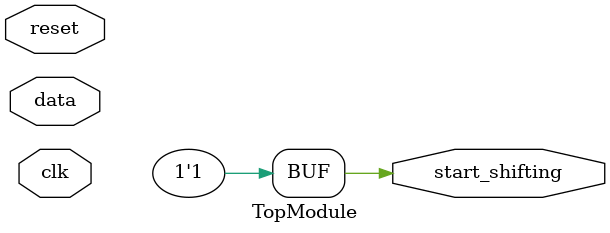
<source format=sv>

module TopModule (
  input clk,
  input reset,
  input data,
  output start_shifting
);
assign start_shifting = 1'b1;
assign start_shifting[31:0] = 4'b1101;

always @(posedge clk) begin
    if (reset)
        start_shifting <= 1'b0;
    else 
        if (~start_shifting & data == 4'b1101)
            start_shifting <= 1'b1;
        else
            start_shifting <= 1'b0;
end

endmodule

</source>
